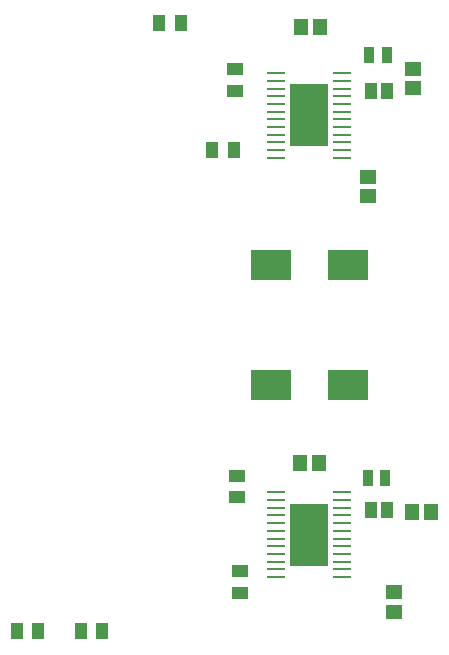
<source format=gbr>
%TF.GenerationSoftware,Altium Limited,Altium Designer,23.9.2 (47)*%
G04 Layer_Color=8421504*
%FSLAX45Y45*%
%MOMM*%
%TF.SameCoordinates,FB2876E6-207A-4176-94B4-128B36F1A8A2*%
%TF.FilePolarity,Positive*%
%TF.FileFunction,Paste,Top*%
%TF.Part,Single*%
G01*
G75*
%TA.AperFunction,SMDPad,CuDef*%
%ADD10R,1.00000X1.35000*%
%ADD11R,1.45620X1.30464*%
%ADD12R,3.50000X2.50000*%
%ADD13R,1.30464X1.45620*%
%ADD14R,1.35000X1.00000*%
%ADD15R,0.95000X1.35000*%
%ADD16R,1.10000X1.35000*%
%TA.AperFunction,NonConductor*%
%ADD41R,3.19999X5.25998*%
%ADD51R,1.55001X0.24999*%
%ADD52R,1.55001X0.25004*%
D10*
X13686998Y2741000D02*
D03*
X13867001D02*
D03*
X13142000D02*
D03*
X13322000D02*
D03*
X14799998Y6820001D02*
D03*
X14979997D02*
D03*
X14349998Y7890002D02*
D03*
X14529999D02*
D03*
D11*
X16340002Y3070576D02*
D03*
Y2909423D02*
D03*
X16500003Y7501158D02*
D03*
Y7340001D02*
D03*
X16119998Y6429421D02*
D03*
Y6590579D02*
D03*
D12*
X15945998Y5842000D02*
D03*
X15296002D02*
D03*
X15945998Y4826000D02*
D03*
X15296002D02*
D03*
D13*
X16650578Y3750000D02*
D03*
X16489426D02*
D03*
X15710580Y7860000D02*
D03*
X15549423D02*
D03*
X15700578Y4169999D02*
D03*
X15539420D02*
D03*
D14*
X14990002Y7319996D02*
D03*
Y7499995D02*
D03*
X15010001Y3880002D02*
D03*
Y4060002D02*
D03*
X15029999Y3070002D02*
D03*
Y3250002D02*
D03*
D15*
X16274998Y7620000D02*
D03*
X16125002D02*
D03*
X16265002Y4040002D02*
D03*
X16114999D02*
D03*
D16*
X16279997Y7320001D02*
D03*
X16139998D02*
D03*
X16280003Y3770005D02*
D03*
X16140002D02*
D03*
D41*
X15620000Y3560000D02*
D03*
Y7110001D02*
D03*
D51*
X15899998Y3917500D02*
D03*
Y3852502D02*
D03*
Y3722500D02*
D03*
Y3657501D02*
D03*
Y3527499D02*
D03*
Y3462500D02*
D03*
Y3397501D02*
D03*
Y3267499D02*
D03*
Y3202501D02*
D03*
X15339999D02*
D03*
Y3267499D02*
D03*
Y3397501D02*
D03*
Y3462500D02*
D03*
Y3527499D02*
D03*
Y3657501D02*
D03*
Y3722500D02*
D03*
Y3852502D02*
D03*
Y3917500D02*
D03*
X15899998Y7467501D02*
D03*
Y7337499D02*
D03*
Y7272500D02*
D03*
Y7207501D02*
D03*
Y7077499D02*
D03*
Y7012501D02*
D03*
Y6947502D02*
D03*
Y6882498D02*
D03*
Y6817500D02*
D03*
Y6752501D02*
D03*
X15339999D02*
D03*
Y6817500D02*
D03*
Y6882498D02*
D03*
Y6947502D02*
D03*
Y7012501D02*
D03*
Y7077499D02*
D03*
Y7207501D02*
D03*
Y7272500D02*
D03*
Y7337499D02*
D03*
Y7467501D02*
D03*
D52*
X15899998Y3787501D02*
D03*
Y3592500D02*
D03*
Y3332500D02*
D03*
X15339999D02*
D03*
Y3592500D02*
D03*
Y3787501D02*
D03*
X15899998Y7402500D02*
D03*
Y7142500D02*
D03*
X15339999D02*
D03*
Y7402500D02*
D03*
%TF.MD5,70540ad689f7d2a4d171378948ea5b87*%
M02*

</source>
